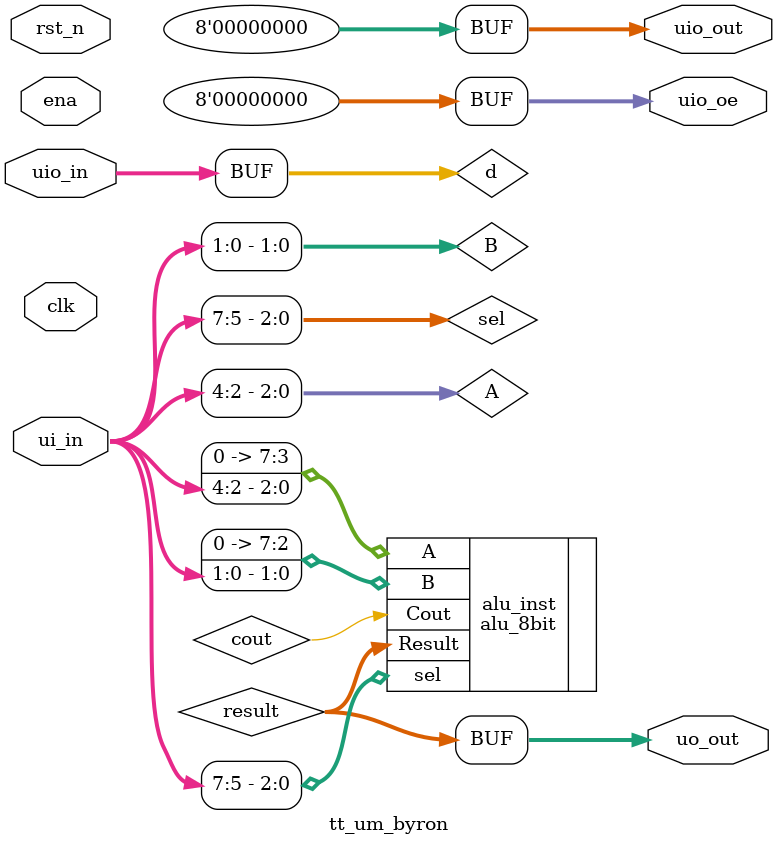
<source format=v>
module tt_um_byron (
    input  [7:0] ui_in,
    output [7:0] uo_out,
    output [7:0] uio_out,
    input  [7:0] uio_in,
    output [7:0] uio_oe,
    input clk,
    input ena,
    input rst_n
);

    // Mapeo sin solapamiento:
    wire [2:0] sel = ui_in[7:5];  // selección de operación
    wire [2:0] A   = ui_in[4:2];  // A reducido a 3 bits
    wire [1:0] B   = ui_in[1:0];  // B reducido a 2 bits

    wire [7:0] result;
    wire cout;
    wire [7:0] d;


    // Expandir A y B a 8 bits para la ALU
    alu_8bit alu_inst (
        .A({5'b00000, A}),
        .B({6'b000000, B}),
        .sel(sel),
        .Result(result),
        .Cout(cout)
    );

    assign uo_out = result;
    assign uio_out = 8'b00000000; // o alguna lógica válida
    assign uio_oe = 8'b00000000;        // habilita todas las salidas
    assign d = uio_in;

endmodule

</source>
